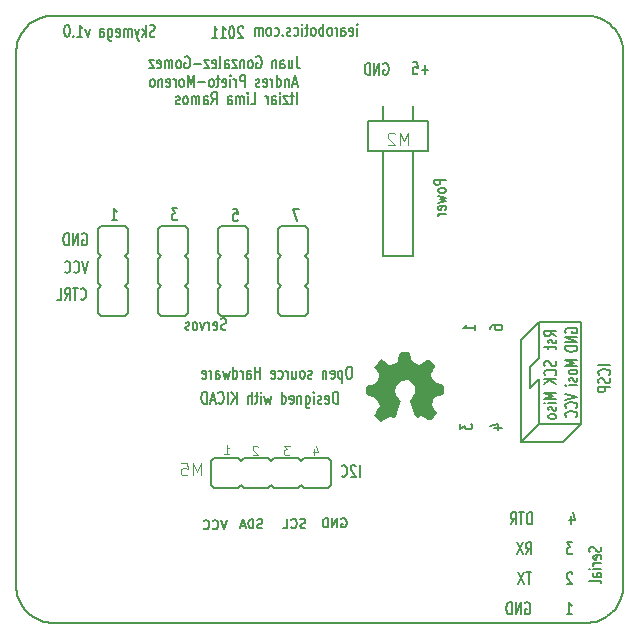
<source format=gbo>
G04 (created by PCBNEW-RS274X (2011-04-05)-testing) date Tue 31 May 2011 10:02:42 CEST*
G01*
G70*
G90*
%MOIN*%
G04 Gerber Fmt 3.4, Leading zero omitted, Abs format*
%FSLAX34Y34*%
G04 APERTURE LIST*
%ADD10C,0.006000*%
%ADD11C,0.005000*%
%ADD12C,0.003500*%
%ADD13C,0.000100*%
G04 APERTURE END LIST*
G54D10*
G54D11*
X61000Y-38200D02*
X59600Y-38200D01*
X61600Y-37600D02*
X61000Y-38200D01*
X59600Y-38200D02*
X60200Y-37600D01*
X59600Y-34800D02*
X59600Y-38200D01*
X60200Y-34200D02*
X59600Y-34800D01*
X60200Y-34200D02*
X60200Y-35400D01*
X61600Y-34200D02*
X60200Y-34200D01*
X61600Y-37600D02*
X61600Y-34200D01*
X60200Y-37600D02*
X61600Y-37600D01*
X60200Y-36100D02*
X60200Y-37600D01*
X59900Y-36400D02*
X60200Y-36100D01*
X59900Y-35700D02*
X59900Y-36400D01*
X60200Y-35400D02*
X59900Y-35700D01*
X58562Y-34457D02*
X58562Y-34400D01*
X58581Y-34371D01*
X58600Y-34357D01*
X58657Y-34328D01*
X58733Y-34314D01*
X58886Y-34314D01*
X58924Y-34328D01*
X58943Y-34343D01*
X58962Y-34371D01*
X58962Y-34428D01*
X58943Y-34457D01*
X58924Y-34471D01*
X58886Y-34486D01*
X58790Y-34486D01*
X58752Y-34471D01*
X58733Y-34457D01*
X58714Y-34428D01*
X58714Y-34371D01*
X58733Y-34343D01*
X58752Y-34328D01*
X58790Y-34314D01*
X61462Y-35471D02*
X61062Y-35471D01*
X61348Y-35571D01*
X61062Y-35671D01*
X61462Y-35671D01*
X61462Y-35857D02*
X61443Y-35829D01*
X61424Y-35814D01*
X61386Y-35800D01*
X61271Y-35800D01*
X61233Y-35814D01*
X61214Y-35829D01*
X61195Y-35857D01*
X61195Y-35900D01*
X61214Y-35929D01*
X61233Y-35943D01*
X61271Y-35957D01*
X61386Y-35957D01*
X61424Y-35943D01*
X61443Y-35929D01*
X61462Y-35900D01*
X61462Y-35857D01*
X61443Y-36071D02*
X61462Y-36100D01*
X61462Y-36157D01*
X61443Y-36185D01*
X61405Y-36200D01*
X61386Y-36200D01*
X61348Y-36185D01*
X61329Y-36157D01*
X61329Y-36114D01*
X61310Y-36085D01*
X61271Y-36071D01*
X61252Y-36071D01*
X61214Y-36085D01*
X61195Y-36114D01*
X61195Y-36157D01*
X61214Y-36185D01*
X61462Y-36328D02*
X61195Y-36328D01*
X61062Y-36328D02*
X61081Y-36314D01*
X61100Y-36328D01*
X61081Y-36343D01*
X61062Y-36328D01*
X61100Y-36328D01*
X60762Y-34686D02*
X60571Y-34586D01*
X60762Y-34514D02*
X60362Y-34514D01*
X60362Y-34629D01*
X60381Y-34657D01*
X60400Y-34672D01*
X60438Y-34686D01*
X60495Y-34686D01*
X60533Y-34672D01*
X60552Y-34657D01*
X60571Y-34629D01*
X60571Y-34514D01*
X60743Y-34800D02*
X60762Y-34829D01*
X60762Y-34886D01*
X60743Y-34914D01*
X60705Y-34929D01*
X60686Y-34929D01*
X60648Y-34914D01*
X60629Y-34886D01*
X60629Y-34843D01*
X60610Y-34814D01*
X60571Y-34800D01*
X60552Y-34800D01*
X60514Y-34814D01*
X60495Y-34843D01*
X60495Y-34886D01*
X60514Y-34914D01*
X60495Y-35015D02*
X60495Y-35129D01*
X60362Y-35057D02*
X60705Y-35057D01*
X60743Y-35072D01*
X60762Y-35100D01*
X60762Y-35129D01*
X60743Y-35514D02*
X60762Y-35557D01*
X60762Y-35628D01*
X60743Y-35657D01*
X60724Y-35671D01*
X60686Y-35686D01*
X60648Y-35686D01*
X60610Y-35671D01*
X60590Y-35657D01*
X60571Y-35628D01*
X60552Y-35571D01*
X60533Y-35543D01*
X60514Y-35528D01*
X60476Y-35514D01*
X60438Y-35514D01*
X60400Y-35528D01*
X60381Y-35543D01*
X60362Y-35571D01*
X60362Y-35643D01*
X60381Y-35686D01*
X60724Y-35986D02*
X60743Y-35972D01*
X60762Y-35929D01*
X60762Y-35900D01*
X60743Y-35857D01*
X60705Y-35829D01*
X60667Y-35814D01*
X60590Y-35800D01*
X60533Y-35800D01*
X60457Y-35814D01*
X60419Y-35829D01*
X60381Y-35857D01*
X60362Y-35900D01*
X60362Y-35929D01*
X60381Y-35972D01*
X60400Y-35986D01*
X60762Y-36114D02*
X60362Y-36114D01*
X60762Y-36286D02*
X60533Y-36157D01*
X60362Y-36286D02*
X60590Y-36114D01*
X60762Y-36571D02*
X60362Y-36571D01*
X60648Y-36671D01*
X60362Y-36771D01*
X60762Y-36771D01*
X60762Y-36914D02*
X60495Y-36914D01*
X60362Y-36914D02*
X60381Y-36900D01*
X60400Y-36914D01*
X60381Y-36929D01*
X60362Y-36914D01*
X60400Y-36914D01*
X60743Y-37043D02*
X60762Y-37072D01*
X60762Y-37129D01*
X60743Y-37157D01*
X60705Y-37172D01*
X60686Y-37172D01*
X60648Y-37157D01*
X60629Y-37129D01*
X60629Y-37086D01*
X60610Y-37057D01*
X60571Y-37043D01*
X60552Y-37043D01*
X60514Y-37057D01*
X60495Y-37086D01*
X60495Y-37129D01*
X60514Y-37157D01*
X60762Y-37343D02*
X60743Y-37315D01*
X60724Y-37300D01*
X60686Y-37286D01*
X60571Y-37286D01*
X60533Y-37300D01*
X60514Y-37315D01*
X60495Y-37343D01*
X60495Y-37386D01*
X60514Y-37415D01*
X60533Y-37429D01*
X60571Y-37443D01*
X60686Y-37443D01*
X60724Y-37429D01*
X60743Y-37415D01*
X60762Y-37386D01*
X60762Y-37343D01*
X59943Y-40962D02*
X59943Y-40562D01*
X59871Y-40562D01*
X59828Y-40581D01*
X59800Y-40619D01*
X59785Y-40657D01*
X59771Y-40733D01*
X59771Y-40790D01*
X59785Y-40867D01*
X59800Y-40905D01*
X59828Y-40943D01*
X59871Y-40962D01*
X59943Y-40962D01*
X59685Y-40562D02*
X59514Y-40562D01*
X59600Y-40962D02*
X59600Y-40562D01*
X59242Y-40962D02*
X59342Y-40771D01*
X59414Y-40962D02*
X59414Y-40562D01*
X59299Y-40562D01*
X59271Y-40581D01*
X59256Y-40600D01*
X59242Y-40638D01*
X59242Y-40695D01*
X59256Y-40733D01*
X59271Y-40752D01*
X59299Y-40771D01*
X59414Y-40771D01*
X61243Y-40695D02*
X61243Y-40962D01*
X61314Y-40543D02*
X61386Y-40829D01*
X61200Y-40829D01*
X44000Y-24000D02*
X61750Y-24000D01*
X42750Y-25250D02*
X42750Y-43000D01*
X44000Y-24000D02*
X43892Y-24005D01*
X43783Y-24019D01*
X43677Y-24043D01*
X43573Y-24076D01*
X43472Y-24118D01*
X43376Y-24168D01*
X43284Y-24227D01*
X43197Y-24293D01*
X43117Y-24367D01*
X43043Y-24447D01*
X42977Y-24534D01*
X42918Y-24626D01*
X42868Y-24722D01*
X42826Y-24823D01*
X42793Y-24927D01*
X42769Y-25033D01*
X42755Y-25142D01*
X42750Y-25250D01*
X63000Y-43000D02*
X63000Y-25250D01*
X63000Y-25250D02*
X62995Y-25142D01*
X62981Y-25033D01*
X62957Y-24927D01*
X62924Y-24823D01*
X62882Y-24722D01*
X62832Y-24626D01*
X62773Y-24534D01*
X62707Y-24447D01*
X62633Y-24367D01*
X62553Y-24293D01*
X62466Y-24227D01*
X62375Y-24168D01*
X62278Y-24118D01*
X62177Y-24076D01*
X62073Y-24043D01*
X61967Y-24019D01*
X61858Y-24005D01*
X61750Y-24000D01*
X44000Y-44250D02*
X61750Y-44250D01*
X61750Y-44250D02*
X61858Y-44245D01*
X61967Y-44231D01*
X62073Y-44207D01*
X62177Y-44174D01*
X62278Y-44132D01*
X62375Y-44082D01*
X62466Y-44023D01*
X62553Y-43957D01*
X62633Y-43883D01*
X62707Y-43803D01*
X62773Y-43716D01*
X62832Y-43624D01*
X62882Y-43528D01*
X62924Y-43427D01*
X62957Y-43323D01*
X62981Y-43217D01*
X62995Y-43108D01*
X63000Y-43000D01*
X42750Y-43000D02*
X42755Y-43108D01*
X42769Y-43217D01*
X42793Y-43323D01*
X42826Y-43427D01*
X42868Y-43528D01*
X42918Y-43624D01*
X42977Y-43716D01*
X43043Y-43803D01*
X43117Y-43883D01*
X43197Y-43957D01*
X43284Y-44023D01*
X43376Y-44082D01*
X43472Y-44132D01*
X43573Y-44174D01*
X43677Y-44207D01*
X43783Y-44231D01*
X43892Y-44245D01*
X44000Y-44250D01*
X53474Y-36942D02*
X53474Y-36542D01*
X53402Y-36542D01*
X53359Y-36561D01*
X53331Y-36599D01*
X53316Y-36637D01*
X53302Y-36713D01*
X53302Y-36770D01*
X53316Y-36847D01*
X53331Y-36885D01*
X53359Y-36923D01*
X53402Y-36942D01*
X53474Y-36942D01*
X53059Y-36923D02*
X53088Y-36942D01*
X53145Y-36942D01*
X53174Y-36923D01*
X53188Y-36885D01*
X53188Y-36732D01*
X53174Y-36694D01*
X53145Y-36675D01*
X53088Y-36675D01*
X53059Y-36694D01*
X53045Y-36732D01*
X53045Y-36770D01*
X53188Y-36809D01*
X52931Y-36923D02*
X52902Y-36942D01*
X52845Y-36942D01*
X52817Y-36923D01*
X52802Y-36885D01*
X52802Y-36866D01*
X52817Y-36828D01*
X52845Y-36809D01*
X52888Y-36809D01*
X52917Y-36790D01*
X52931Y-36751D01*
X52931Y-36732D01*
X52917Y-36694D01*
X52888Y-36675D01*
X52845Y-36675D01*
X52817Y-36694D01*
X52674Y-36942D02*
X52674Y-36675D01*
X52674Y-36542D02*
X52688Y-36561D01*
X52674Y-36580D01*
X52659Y-36561D01*
X52674Y-36542D01*
X52674Y-36580D01*
X52402Y-36675D02*
X52402Y-36999D01*
X52416Y-37037D01*
X52431Y-37056D01*
X52459Y-37075D01*
X52502Y-37075D01*
X52531Y-37056D01*
X52402Y-36923D02*
X52431Y-36942D01*
X52488Y-36942D01*
X52516Y-36923D01*
X52531Y-36904D01*
X52545Y-36866D01*
X52545Y-36751D01*
X52531Y-36713D01*
X52516Y-36694D01*
X52488Y-36675D01*
X52431Y-36675D01*
X52402Y-36694D01*
X52260Y-36675D02*
X52260Y-36942D01*
X52260Y-36713D02*
X52245Y-36694D01*
X52217Y-36675D01*
X52174Y-36675D01*
X52145Y-36694D01*
X52131Y-36732D01*
X52131Y-36942D01*
X51874Y-36923D02*
X51903Y-36942D01*
X51960Y-36942D01*
X51989Y-36923D01*
X52003Y-36885D01*
X52003Y-36732D01*
X51989Y-36694D01*
X51960Y-36675D01*
X51903Y-36675D01*
X51874Y-36694D01*
X51860Y-36732D01*
X51860Y-36770D01*
X52003Y-36809D01*
X51603Y-36942D02*
X51603Y-36542D01*
X51603Y-36923D02*
X51632Y-36942D01*
X51689Y-36942D01*
X51717Y-36923D01*
X51732Y-36904D01*
X51746Y-36866D01*
X51746Y-36751D01*
X51732Y-36713D01*
X51717Y-36694D01*
X51689Y-36675D01*
X51632Y-36675D01*
X51603Y-36694D01*
X51260Y-36675D02*
X51203Y-36942D01*
X51146Y-36751D01*
X51089Y-36942D01*
X51032Y-36675D01*
X50918Y-36942D02*
X50918Y-36675D01*
X50918Y-36542D02*
X50932Y-36561D01*
X50918Y-36580D01*
X50903Y-36561D01*
X50918Y-36542D01*
X50918Y-36580D01*
X50817Y-36675D02*
X50703Y-36675D01*
X50775Y-36542D02*
X50775Y-36885D01*
X50760Y-36923D01*
X50732Y-36942D01*
X50703Y-36942D01*
X50604Y-36942D02*
X50604Y-36542D01*
X50475Y-36942D02*
X50475Y-36732D01*
X50489Y-36694D01*
X50518Y-36675D01*
X50561Y-36675D01*
X50589Y-36694D01*
X50604Y-36713D01*
X50104Y-36942D02*
X50104Y-36542D01*
X49932Y-36942D02*
X50061Y-36713D01*
X49932Y-36542D02*
X50104Y-36770D01*
X49804Y-36942D02*
X49804Y-36542D01*
X49489Y-36904D02*
X49503Y-36923D01*
X49546Y-36942D01*
X49575Y-36942D01*
X49618Y-36923D01*
X49646Y-36885D01*
X49661Y-36847D01*
X49675Y-36770D01*
X49675Y-36713D01*
X49661Y-36637D01*
X49646Y-36599D01*
X49618Y-36561D01*
X49575Y-36542D01*
X49546Y-36542D01*
X49503Y-36561D01*
X49489Y-36580D01*
X49375Y-36828D02*
X49232Y-36828D01*
X49403Y-36942D02*
X49303Y-36542D01*
X49203Y-36942D01*
X49104Y-36942D02*
X49104Y-36542D01*
X49032Y-36542D01*
X48989Y-36561D01*
X48961Y-36599D01*
X48946Y-36637D01*
X48932Y-36713D01*
X48932Y-36770D01*
X48946Y-36847D01*
X48961Y-36885D01*
X48989Y-36923D01*
X49032Y-36942D01*
X49104Y-36942D01*
X53884Y-35702D02*
X53827Y-35702D01*
X53799Y-35721D01*
X53770Y-35759D01*
X53756Y-35835D01*
X53756Y-35969D01*
X53770Y-36045D01*
X53799Y-36083D01*
X53827Y-36102D01*
X53884Y-36102D01*
X53913Y-36083D01*
X53942Y-36045D01*
X53956Y-35969D01*
X53956Y-35835D01*
X53942Y-35759D01*
X53913Y-35721D01*
X53884Y-35702D01*
X53628Y-35835D02*
X53628Y-36235D01*
X53628Y-35854D02*
X53599Y-35835D01*
X53542Y-35835D01*
X53513Y-35854D01*
X53499Y-35873D01*
X53485Y-35911D01*
X53485Y-36026D01*
X53499Y-36064D01*
X53513Y-36083D01*
X53542Y-36102D01*
X53599Y-36102D01*
X53628Y-36083D01*
X53242Y-36083D02*
X53271Y-36102D01*
X53328Y-36102D01*
X53357Y-36083D01*
X53371Y-36045D01*
X53371Y-35892D01*
X53357Y-35854D01*
X53328Y-35835D01*
X53271Y-35835D01*
X53242Y-35854D01*
X53228Y-35892D01*
X53228Y-35930D01*
X53371Y-35969D01*
X53100Y-35835D02*
X53100Y-36102D01*
X53100Y-35873D02*
X53085Y-35854D01*
X53057Y-35835D01*
X53014Y-35835D01*
X52985Y-35854D01*
X52971Y-35892D01*
X52971Y-36102D01*
X52614Y-36083D02*
X52585Y-36102D01*
X52528Y-36102D01*
X52500Y-36083D01*
X52485Y-36045D01*
X52485Y-36026D01*
X52500Y-35988D01*
X52528Y-35969D01*
X52571Y-35969D01*
X52600Y-35950D01*
X52614Y-35911D01*
X52614Y-35892D01*
X52600Y-35854D01*
X52571Y-35835D01*
X52528Y-35835D01*
X52500Y-35854D01*
X52314Y-36102D02*
X52342Y-36083D01*
X52357Y-36064D01*
X52371Y-36026D01*
X52371Y-35911D01*
X52357Y-35873D01*
X52342Y-35854D01*
X52314Y-35835D01*
X52271Y-35835D01*
X52242Y-35854D01*
X52228Y-35873D01*
X52214Y-35911D01*
X52214Y-36026D01*
X52228Y-36064D01*
X52242Y-36083D01*
X52271Y-36102D01*
X52314Y-36102D01*
X51957Y-35835D02*
X51957Y-36102D01*
X52086Y-35835D02*
X52086Y-36045D01*
X52071Y-36083D01*
X52043Y-36102D01*
X52000Y-36102D01*
X51971Y-36083D01*
X51957Y-36064D01*
X51815Y-36102D02*
X51815Y-35835D01*
X51815Y-35911D02*
X51800Y-35873D01*
X51786Y-35854D01*
X51757Y-35835D01*
X51729Y-35835D01*
X51500Y-36083D02*
X51529Y-36102D01*
X51586Y-36102D01*
X51614Y-36083D01*
X51629Y-36064D01*
X51643Y-36026D01*
X51643Y-35911D01*
X51629Y-35873D01*
X51614Y-35854D01*
X51586Y-35835D01*
X51529Y-35835D01*
X51500Y-35854D01*
X51257Y-36083D02*
X51286Y-36102D01*
X51343Y-36102D01*
X51372Y-36083D01*
X51386Y-36045D01*
X51386Y-35892D01*
X51372Y-35854D01*
X51343Y-35835D01*
X51286Y-35835D01*
X51257Y-35854D01*
X51243Y-35892D01*
X51243Y-35930D01*
X51386Y-35969D01*
X50886Y-36102D02*
X50886Y-35702D01*
X50886Y-35892D02*
X50714Y-35892D01*
X50714Y-36102D02*
X50714Y-35702D01*
X50443Y-36102D02*
X50443Y-35892D01*
X50457Y-35854D01*
X50486Y-35835D01*
X50543Y-35835D01*
X50572Y-35854D01*
X50443Y-36083D02*
X50472Y-36102D01*
X50543Y-36102D01*
X50572Y-36083D01*
X50586Y-36045D01*
X50586Y-36007D01*
X50572Y-35969D01*
X50543Y-35950D01*
X50472Y-35950D01*
X50443Y-35930D01*
X50301Y-36102D02*
X50301Y-35835D01*
X50301Y-35911D02*
X50286Y-35873D01*
X50272Y-35854D01*
X50243Y-35835D01*
X50215Y-35835D01*
X49986Y-36102D02*
X49986Y-35702D01*
X49986Y-36083D02*
X50015Y-36102D01*
X50072Y-36102D01*
X50100Y-36083D01*
X50115Y-36064D01*
X50129Y-36026D01*
X50129Y-35911D01*
X50115Y-35873D01*
X50100Y-35854D01*
X50072Y-35835D01*
X50015Y-35835D01*
X49986Y-35854D01*
X49872Y-35835D02*
X49815Y-36102D01*
X49758Y-35911D01*
X49701Y-36102D01*
X49644Y-35835D01*
X49401Y-36102D02*
X49401Y-35892D01*
X49415Y-35854D01*
X49444Y-35835D01*
X49501Y-35835D01*
X49530Y-35854D01*
X49401Y-36083D02*
X49430Y-36102D01*
X49501Y-36102D01*
X49530Y-36083D01*
X49544Y-36045D01*
X49544Y-36007D01*
X49530Y-35969D01*
X49501Y-35950D01*
X49430Y-35950D01*
X49401Y-35930D01*
X49259Y-36102D02*
X49259Y-35835D01*
X49259Y-35911D02*
X49244Y-35873D01*
X49230Y-35854D01*
X49201Y-35835D01*
X49173Y-35835D01*
X48958Y-36083D02*
X48987Y-36102D01*
X49044Y-36102D01*
X49073Y-36083D01*
X49087Y-36045D01*
X49087Y-35892D01*
X49073Y-35854D01*
X49044Y-35835D01*
X48987Y-35835D01*
X48958Y-35854D01*
X48944Y-35892D01*
X48944Y-35930D01*
X49087Y-35969D01*
X52107Y-26962D02*
X52107Y-26562D01*
X52006Y-26695D02*
X51892Y-26695D01*
X51964Y-26562D02*
X51964Y-26905D01*
X51949Y-26943D01*
X51921Y-26962D01*
X51892Y-26962D01*
X51821Y-26695D02*
X51664Y-26695D01*
X51821Y-26962D01*
X51664Y-26962D01*
X51550Y-26962D02*
X51550Y-26695D01*
X51550Y-26562D02*
X51564Y-26581D01*
X51550Y-26600D01*
X51535Y-26581D01*
X51550Y-26562D01*
X51550Y-26600D01*
X51278Y-26962D02*
X51278Y-26752D01*
X51292Y-26714D01*
X51321Y-26695D01*
X51378Y-26695D01*
X51407Y-26714D01*
X51278Y-26943D02*
X51307Y-26962D01*
X51378Y-26962D01*
X51407Y-26943D01*
X51421Y-26905D01*
X51421Y-26867D01*
X51407Y-26829D01*
X51378Y-26810D01*
X51307Y-26810D01*
X51278Y-26790D01*
X51136Y-26962D02*
X51136Y-26695D01*
X51136Y-26771D02*
X51121Y-26733D01*
X51107Y-26714D01*
X51078Y-26695D01*
X51050Y-26695D01*
X50578Y-26962D02*
X50721Y-26962D01*
X50721Y-26562D01*
X50478Y-26962D02*
X50478Y-26695D01*
X50478Y-26562D02*
X50492Y-26581D01*
X50478Y-26600D01*
X50463Y-26581D01*
X50478Y-26562D01*
X50478Y-26600D01*
X50335Y-26962D02*
X50335Y-26695D01*
X50335Y-26733D02*
X50320Y-26714D01*
X50292Y-26695D01*
X50249Y-26695D01*
X50220Y-26714D01*
X50206Y-26752D01*
X50206Y-26962D01*
X50206Y-26752D02*
X50192Y-26714D01*
X50163Y-26695D01*
X50120Y-26695D01*
X50092Y-26714D01*
X50077Y-26752D01*
X50077Y-26962D01*
X49806Y-26962D02*
X49806Y-26752D01*
X49820Y-26714D01*
X49849Y-26695D01*
X49906Y-26695D01*
X49935Y-26714D01*
X49806Y-26943D02*
X49835Y-26962D01*
X49906Y-26962D01*
X49935Y-26943D01*
X49949Y-26905D01*
X49949Y-26867D01*
X49935Y-26829D01*
X49906Y-26810D01*
X49835Y-26810D01*
X49806Y-26790D01*
X49263Y-26962D02*
X49363Y-26771D01*
X49435Y-26962D02*
X49435Y-26562D01*
X49320Y-26562D01*
X49292Y-26581D01*
X49277Y-26600D01*
X49263Y-26638D01*
X49263Y-26695D01*
X49277Y-26733D01*
X49292Y-26752D01*
X49320Y-26771D01*
X49435Y-26771D01*
X49006Y-26962D02*
X49006Y-26752D01*
X49020Y-26714D01*
X49049Y-26695D01*
X49106Y-26695D01*
X49135Y-26714D01*
X49006Y-26943D02*
X49035Y-26962D01*
X49106Y-26962D01*
X49135Y-26943D01*
X49149Y-26905D01*
X49149Y-26867D01*
X49135Y-26829D01*
X49106Y-26810D01*
X49035Y-26810D01*
X49006Y-26790D01*
X48864Y-26962D02*
X48864Y-26695D01*
X48864Y-26733D02*
X48849Y-26714D01*
X48821Y-26695D01*
X48778Y-26695D01*
X48749Y-26714D01*
X48735Y-26752D01*
X48735Y-26962D01*
X48735Y-26752D02*
X48721Y-26714D01*
X48692Y-26695D01*
X48649Y-26695D01*
X48621Y-26714D01*
X48606Y-26752D01*
X48606Y-26962D01*
X48421Y-26962D02*
X48449Y-26943D01*
X48464Y-26924D01*
X48478Y-26886D01*
X48478Y-26771D01*
X48464Y-26733D01*
X48449Y-26714D01*
X48421Y-26695D01*
X48378Y-26695D01*
X48349Y-26714D01*
X48335Y-26733D01*
X48321Y-26771D01*
X48321Y-26886D01*
X48335Y-26924D01*
X48349Y-26943D01*
X48378Y-26962D01*
X48421Y-26962D01*
X48207Y-26943D02*
X48178Y-26962D01*
X48121Y-26962D01*
X48093Y-26943D01*
X48078Y-26905D01*
X48078Y-26886D01*
X48093Y-26848D01*
X48121Y-26829D01*
X48164Y-26829D01*
X48193Y-26810D01*
X48207Y-26771D01*
X48207Y-26752D01*
X48193Y-26714D01*
X48164Y-26695D01*
X48121Y-26695D01*
X48093Y-26714D01*
X52109Y-26268D02*
X51966Y-26268D01*
X52137Y-26382D02*
X52037Y-25982D01*
X51937Y-26382D01*
X51838Y-26115D02*
X51838Y-26382D01*
X51838Y-26153D02*
X51823Y-26134D01*
X51795Y-26115D01*
X51752Y-26115D01*
X51723Y-26134D01*
X51709Y-26172D01*
X51709Y-26382D01*
X51438Y-26382D02*
X51438Y-25982D01*
X51438Y-26363D02*
X51467Y-26382D01*
X51524Y-26382D01*
X51552Y-26363D01*
X51567Y-26344D01*
X51581Y-26306D01*
X51581Y-26191D01*
X51567Y-26153D01*
X51552Y-26134D01*
X51524Y-26115D01*
X51467Y-26115D01*
X51438Y-26134D01*
X51296Y-26382D02*
X51296Y-26115D01*
X51296Y-26191D02*
X51281Y-26153D01*
X51267Y-26134D01*
X51238Y-26115D01*
X51210Y-26115D01*
X50995Y-26363D02*
X51024Y-26382D01*
X51081Y-26382D01*
X51110Y-26363D01*
X51124Y-26325D01*
X51124Y-26172D01*
X51110Y-26134D01*
X51081Y-26115D01*
X51024Y-26115D01*
X50995Y-26134D01*
X50981Y-26172D01*
X50981Y-26210D01*
X51124Y-26249D01*
X50867Y-26363D02*
X50838Y-26382D01*
X50781Y-26382D01*
X50753Y-26363D01*
X50738Y-26325D01*
X50738Y-26306D01*
X50753Y-26268D01*
X50781Y-26249D01*
X50824Y-26249D01*
X50853Y-26230D01*
X50867Y-26191D01*
X50867Y-26172D01*
X50853Y-26134D01*
X50824Y-26115D01*
X50781Y-26115D01*
X50753Y-26134D01*
X50381Y-26382D02*
X50381Y-25982D01*
X50266Y-25982D01*
X50238Y-26001D01*
X50223Y-26020D01*
X50209Y-26058D01*
X50209Y-26115D01*
X50223Y-26153D01*
X50238Y-26172D01*
X50266Y-26191D01*
X50381Y-26191D01*
X50081Y-26382D02*
X50081Y-26115D01*
X50081Y-26191D02*
X50066Y-26153D01*
X50052Y-26134D01*
X50023Y-26115D01*
X49995Y-26115D01*
X49895Y-26382D02*
X49895Y-26115D01*
X49895Y-25982D02*
X49909Y-26001D01*
X49895Y-26020D01*
X49880Y-26001D01*
X49895Y-25982D01*
X49895Y-26020D01*
X49637Y-26363D02*
X49666Y-26382D01*
X49723Y-26382D01*
X49752Y-26363D01*
X49766Y-26325D01*
X49766Y-26172D01*
X49752Y-26134D01*
X49723Y-26115D01*
X49666Y-26115D01*
X49637Y-26134D01*
X49623Y-26172D01*
X49623Y-26210D01*
X49766Y-26249D01*
X49537Y-26115D02*
X49423Y-26115D01*
X49495Y-25982D02*
X49495Y-26325D01*
X49480Y-26363D01*
X49452Y-26382D01*
X49423Y-26382D01*
X49281Y-26382D02*
X49309Y-26363D01*
X49324Y-26344D01*
X49338Y-26306D01*
X49338Y-26191D01*
X49324Y-26153D01*
X49309Y-26134D01*
X49281Y-26115D01*
X49238Y-26115D01*
X49209Y-26134D01*
X49195Y-26153D01*
X49181Y-26191D01*
X49181Y-26306D01*
X49195Y-26344D01*
X49209Y-26363D01*
X49238Y-26382D01*
X49281Y-26382D01*
X49053Y-26230D02*
X48824Y-26230D01*
X48682Y-26382D02*
X48682Y-25982D01*
X48582Y-26268D01*
X48482Y-25982D01*
X48482Y-26382D01*
X48296Y-26382D02*
X48324Y-26363D01*
X48339Y-26344D01*
X48353Y-26306D01*
X48353Y-26191D01*
X48339Y-26153D01*
X48324Y-26134D01*
X48296Y-26115D01*
X48253Y-26115D01*
X48224Y-26134D01*
X48210Y-26153D01*
X48196Y-26191D01*
X48196Y-26306D01*
X48210Y-26344D01*
X48224Y-26363D01*
X48253Y-26382D01*
X48296Y-26382D01*
X48068Y-26382D02*
X48068Y-26115D01*
X48068Y-26191D02*
X48053Y-26153D01*
X48039Y-26134D01*
X48010Y-26115D01*
X47982Y-26115D01*
X47767Y-26363D02*
X47796Y-26382D01*
X47853Y-26382D01*
X47882Y-26363D01*
X47896Y-26325D01*
X47896Y-26172D01*
X47882Y-26134D01*
X47853Y-26115D01*
X47796Y-26115D01*
X47767Y-26134D01*
X47753Y-26172D01*
X47753Y-26210D01*
X47896Y-26249D01*
X47625Y-26115D02*
X47625Y-26382D01*
X47625Y-26153D02*
X47610Y-26134D01*
X47582Y-26115D01*
X47539Y-26115D01*
X47510Y-26134D01*
X47496Y-26172D01*
X47496Y-26382D01*
X47311Y-26382D02*
X47339Y-26363D01*
X47354Y-26344D01*
X47368Y-26306D01*
X47368Y-26191D01*
X47354Y-26153D01*
X47339Y-26134D01*
X47311Y-26115D01*
X47268Y-26115D01*
X47239Y-26134D01*
X47225Y-26153D01*
X47211Y-26191D01*
X47211Y-26306D01*
X47225Y-26344D01*
X47239Y-26363D01*
X47268Y-26382D01*
X47311Y-26382D01*
X52106Y-25362D02*
X52106Y-25648D01*
X52120Y-25705D01*
X52149Y-25743D01*
X52192Y-25762D01*
X52220Y-25762D01*
X51834Y-25495D02*
X51834Y-25762D01*
X51963Y-25495D02*
X51963Y-25705D01*
X51948Y-25743D01*
X51920Y-25762D01*
X51877Y-25762D01*
X51848Y-25743D01*
X51834Y-25724D01*
X51563Y-25762D02*
X51563Y-25552D01*
X51577Y-25514D01*
X51606Y-25495D01*
X51663Y-25495D01*
X51692Y-25514D01*
X51563Y-25743D02*
X51592Y-25762D01*
X51663Y-25762D01*
X51692Y-25743D01*
X51706Y-25705D01*
X51706Y-25667D01*
X51692Y-25629D01*
X51663Y-25610D01*
X51592Y-25610D01*
X51563Y-25590D01*
X51421Y-25495D02*
X51421Y-25762D01*
X51421Y-25533D02*
X51406Y-25514D01*
X51378Y-25495D01*
X51335Y-25495D01*
X51306Y-25514D01*
X51292Y-25552D01*
X51292Y-25762D01*
X50763Y-25381D02*
X50792Y-25362D01*
X50835Y-25362D01*
X50878Y-25381D01*
X50906Y-25419D01*
X50921Y-25457D01*
X50935Y-25533D01*
X50935Y-25590D01*
X50921Y-25667D01*
X50906Y-25705D01*
X50878Y-25743D01*
X50835Y-25762D01*
X50806Y-25762D01*
X50763Y-25743D01*
X50749Y-25724D01*
X50749Y-25590D01*
X50806Y-25590D01*
X50578Y-25762D02*
X50606Y-25743D01*
X50621Y-25724D01*
X50635Y-25686D01*
X50635Y-25571D01*
X50621Y-25533D01*
X50606Y-25514D01*
X50578Y-25495D01*
X50535Y-25495D01*
X50506Y-25514D01*
X50492Y-25533D01*
X50478Y-25571D01*
X50478Y-25686D01*
X50492Y-25724D01*
X50506Y-25743D01*
X50535Y-25762D01*
X50578Y-25762D01*
X50350Y-25495D02*
X50350Y-25762D01*
X50350Y-25533D02*
X50335Y-25514D01*
X50307Y-25495D01*
X50264Y-25495D01*
X50235Y-25514D01*
X50221Y-25552D01*
X50221Y-25762D01*
X50107Y-25495D02*
X49950Y-25495D01*
X50107Y-25762D01*
X49950Y-25762D01*
X49707Y-25762D02*
X49707Y-25552D01*
X49721Y-25514D01*
X49750Y-25495D01*
X49807Y-25495D01*
X49836Y-25514D01*
X49707Y-25743D02*
X49736Y-25762D01*
X49807Y-25762D01*
X49836Y-25743D01*
X49850Y-25705D01*
X49850Y-25667D01*
X49836Y-25629D01*
X49807Y-25610D01*
X49736Y-25610D01*
X49707Y-25590D01*
X49522Y-25762D02*
X49550Y-25743D01*
X49565Y-25705D01*
X49565Y-25362D01*
X49293Y-25743D02*
X49322Y-25762D01*
X49379Y-25762D01*
X49408Y-25743D01*
X49422Y-25705D01*
X49422Y-25552D01*
X49408Y-25514D01*
X49379Y-25495D01*
X49322Y-25495D01*
X49293Y-25514D01*
X49279Y-25552D01*
X49279Y-25590D01*
X49422Y-25629D01*
X49179Y-25495D02*
X49022Y-25495D01*
X49179Y-25762D01*
X49022Y-25762D01*
X48908Y-25610D02*
X48679Y-25610D01*
X48379Y-25381D02*
X48408Y-25362D01*
X48451Y-25362D01*
X48494Y-25381D01*
X48522Y-25419D01*
X48537Y-25457D01*
X48551Y-25533D01*
X48551Y-25590D01*
X48537Y-25667D01*
X48522Y-25705D01*
X48494Y-25743D01*
X48451Y-25762D01*
X48422Y-25762D01*
X48379Y-25743D01*
X48365Y-25724D01*
X48365Y-25590D01*
X48422Y-25590D01*
X48194Y-25762D02*
X48222Y-25743D01*
X48237Y-25724D01*
X48251Y-25686D01*
X48251Y-25571D01*
X48237Y-25533D01*
X48222Y-25514D01*
X48194Y-25495D01*
X48151Y-25495D01*
X48122Y-25514D01*
X48108Y-25533D01*
X48094Y-25571D01*
X48094Y-25686D01*
X48108Y-25724D01*
X48122Y-25743D01*
X48151Y-25762D01*
X48194Y-25762D01*
X47966Y-25762D02*
X47966Y-25495D01*
X47966Y-25533D02*
X47951Y-25514D01*
X47923Y-25495D01*
X47880Y-25495D01*
X47851Y-25514D01*
X47837Y-25552D01*
X47837Y-25762D01*
X47837Y-25552D02*
X47823Y-25514D01*
X47794Y-25495D01*
X47751Y-25495D01*
X47723Y-25514D01*
X47708Y-25552D01*
X47708Y-25762D01*
X47451Y-25743D02*
X47480Y-25762D01*
X47537Y-25762D01*
X47566Y-25743D01*
X47580Y-25705D01*
X47580Y-25552D01*
X47566Y-25514D01*
X47537Y-25495D01*
X47480Y-25495D01*
X47451Y-25514D01*
X47437Y-25552D01*
X47437Y-25590D01*
X47580Y-25629D01*
X47337Y-25495D02*
X47180Y-25495D01*
X47337Y-25762D01*
X47180Y-25762D01*
X50315Y-24400D02*
X50301Y-24381D01*
X50272Y-24362D01*
X50201Y-24362D01*
X50172Y-24381D01*
X50158Y-24400D01*
X50143Y-24438D01*
X50143Y-24476D01*
X50158Y-24533D01*
X50329Y-24762D01*
X50143Y-24762D01*
X49957Y-24362D02*
X49929Y-24362D01*
X49900Y-24381D01*
X49886Y-24400D01*
X49872Y-24438D01*
X49857Y-24514D01*
X49857Y-24610D01*
X49872Y-24686D01*
X49886Y-24724D01*
X49900Y-24743D01*
X49929Y-24762D01*
X49957Y-24762D01*
X49986Y-24743D01*
X50000Y-24724D01*
X50015Y-24686D01*
X50029Y-24610D01*
X50029Y-24514D01*
X50015Y-24438D01*
X50000Y-24400D01*
X49986Y-24381D01*
X49957Y-24362D01*
X49571Y-24762D02*
X49743Y-24762D01*
X49657Y-24762D02*
X49657Y-24362D01*
X49686Y-24419D01*
X49714Y-24457D01*
X49743Y-24476D01*
X49285Y-24762D02*
X49457Y-24762D01*
X49371Y-24762D02*
X49371Y-24362D01*
X49400Y-24419D01*
X49428Y-24457D01*
X49457Y-24476D01*
X54126Y-24672D02*
X54126Y-24405D01*
X54126Y-24272D02*
X54140Y-24291D01*
X54126Y-24310D01*
X54111Y-24291D01*
X54126Y-24272D01*
X54126Y-24310D01*
X53868Y-24653D02*
X53897Y-24672D01*
X53954Y-24672D01*
X53983Y-24653D01*
X53997Y-24615D01*
X53997Y-24462D01*
X53983Y-24424D01*
X53954Y-24405D01*
X53897Y-24405D01*
X53868Y-24424D01*
X53854Y-24462D01*
X53854Y-24500D01*
X53997Y-24539D01*
X53597Y-24672D02*
X53597Y-24462D01*
X53611Y-24424D01*
X53640Y-24405D01*
X53697Y-24405D01*
X53726Y-24424D01*
X53597Y-24653D02*
X53626Y-24672D01*
X53697Y-24672D01*
X53726Y-24653D01*
X53740Y-24615D01*
X53740Y-24577D01*
X53726Y-24539D01*
X53697Y-24520D01*
X53626Y-24520D01*
X53597Y-24500D01*
X53455Y-24672D02*
X53455Y-24405D01*
X53455Y-24481D02*
X53440Y-24443D01*
X53426Y-24424D01*
X53397Y-24405D01*
X53369Y-24405D01*
X53226Y-24672D02*
X53254Y-24653D01*
X53269Y-24634D01*
X53283Y-24596D01*
X53283Y-24481D01*
X53269Y-24443D01*
X53254Y-24424D01*
X53226Y-24405D01*
X53183Y-24405D01*
X53154Y-24424D01*
X53140Y-24443D01*
X53126Y-24481D01*
X53126Y-24596D01*
X53140Y-24634D01*
X53154Y-24653D01*
X53183Y-24672D01*
X53226Y-24672D01*
X52998Y-24672D02*
X52998Y-24272D01*
X52998Y-24424D02*
X52969Y-24405D01*
X52912Y-24405D01*
X52883Y-24424D01*
X52869Y-24443D01*
X52855Y-24481D01*
X52855Y-24596D01*
X52869Y-24634D01*
X52883Y-24653D01*
X52912Y-24672D01*
X52969Y-24672D01*
X52998Y-24653D01*
X52684Y-24672D02*
X52712Y-24653D01*
X52727Y-24634D01*
X52741Y-24596D01*
X52741Y-24481D01*
X52727Y-24443D01*
X52712Y-24424D01*
X52684Y-24405D01*
X52641Y-24405D01*
X52612Y-24424D01*
X52598Y-24443D01*
X52584Y-24481D01*
X52584Y-24596D01*
X52598Y-24634D01*
X52612Y-24653D01*
X52641Y-24672D01*
X52684Y-24672D01*
X52498Y-24405D02*
X52384Y-24405D01*
X52456Y-24272D02*
X52456Y-24615D01*
X52441Y-24653D01*
X52413Y-24672D01*
X52384Y-24672D01*
X52285Y-24672D02*
X52285Y-24405D01*
X52285Y-24272D02*
X52299Y-24291D01*
X52285Y-24310D01*
X52270Y-24291D01*
X52285Y-24272D01*
X52285Y-24310D01*
X52013Y-24653D02*
X52042Y-24672D01*
X52099Y-24672D01*
X52127Y-24653D01*
X52142Y-24634D01*
X52156Y-24596D01*
X52156Y-24481D01*
X52142Y-24443D01*
X52127Y-24424D01*
X52099Y-24405D01*
X52042Y-24405D01*
X52013Y-24424D01*
X51899Y-24653D02*
X51870Y-24672D01*
X51813Y-24672D01*
X51785Y-24653D01*
X51770Y-24615D01*
X51770Y-24596D01*
X51785Y-24558D01*
X51813Y-24539D01*
X51856Y-24539D01*
X51885Y-24520D01*
X51899Y-24481D01*
X51899Y-24462D01*
X51885Y-24424D01*
X51856Y-24405D01*
X51813Y-24405D01*
X51785Y-24424D01*
X51642Y-24634D02*
X51627Y-24653D01*
X51642Y-24672D01*
X51656Y-24653D01*
X51642Y-24634D01*
X51642Y-24672D01*
X51370Y-24653D02*
X51399Y-24672D01*
X51456Y-24672D01*
X51484Y-24653D01*
X51499Y-24634D01*
X51513Y-24596D01*
X51513Y-24481D01*
X51499Y-24443D01*
X51484Y-24424D01*
X51456Y-24405D01*
X51399Y-24405D01*
X51370Y-24424D01*
X51199Y-24672D02*
X51227Y-24653D01*
X51242Y-24634D01*
X51256Y-24596D01*
X51256Y-24481D01*
X51242Y-24443D01*
X51227Y-24424D01*
X51199Y-24405D01*
X51156Y-24405D01*
X51127Y-24424D01*
X51113Y-24443D01*
X51099Y-24481D01*
X51099Y-24596D01*
X51113Y-24634D01*
X51127Y-24653D01*
X51156Y-24672D01*
X51199Y-24672D01*
X50971Y-24672D02*
X50971Y-24405D01*
X50971Y-24443D02*
X50956Y-24424D01*
X50928Y-24405D01*
X50885Y-24405D01*
X50856Y-24424D01*
X50842Y-24462D01*
X50842Y-24672D01*
X50842Y-24462D02*
X50828Y-24424D01*
X50799Y-24405D01*
X50756Y-24405D01*
X50728Y-24424D01*
X50713Y-24462D01*
X50713Y-24672D01*
X47378Y-24693D02*
X47335Y-24712D01*
X47264Y-24712D01*
X47235Y-24693D01*
X47221Y-24674D01*
X47206Y-24636D01*
X47206Y-24598D01*
X47221Y-24560D01*
X47235Y-24540D01*
X47264Y-24521D01*
X47321Y-24502D01*
X47349Y-24483D01*
X47364Y-24464D01*
X47378Y-24426D01*
X47378Y-24388D01*
X47364Y-24350D01*
X47349Y-24331D01*
X47321Y-24312D01*
X47249Y-24312D01*
X47206Y-24331D01*
X47078Y-24712D02*
X47078Y-24312D01*
X47049Y-24560D02*
X46963Y-24712D01*
X46963Y-24445D02*
X47078Y-24598D01*
X46863Y-24445D02*
X46792Y-24712D01*
X46720Y-24445D02*
X46792Y-24712D01*
X46820Y-24807D01*
X46835Y-24826D01*
X46863Y-24845D01*
X46606Y-24712D02*
X46606Y-24445D01*
X46606Y-24483D02*
X46591Y-24464D01*
X46563Y-24445D01*
X46520Y-24445D01*
X46491Y-24464D01*
X46477Y-24502D01*
X46477Y-24712D01*
X46477Y-24502D02*
X46463Y-24464D01*
X46434Y-24445D01*
X46391Y-24445D01*
X46363Y-24464D01*
X46348Y-24502D01*
X46348Y-24712D01*
X46091Y-24693D02*
X46120Y-24712D01*
X46177Y-24712D01*
X46206Y-24693D01*
X46220Y-24655D01*
X46220Y-24502D01*
X46206Y-24464D01*
X46177Y-24445D01*
X46120Y-24445D01*
X46091Y-24464D01*
X46077Y-24502D01*
X46077Y-24540D01*
X46220Y-24579D01*
X45820Y-24445D02*
X45820Y-24769D01*
X45834Y-24807D01*
X45849Y-24826D01*
X45877Y-24845D01*
X45920Y-24845D01*
X45949Y-24826D01*
X45820Y-24693D02*
X45849Y-24712D01*
X45906Y-24712D01*
X45934Y-24693D01*
X45949Y-24674D01*
X45963Y-24636D01*
X45963Y-24521D01*
X45949Y-24483D01*
X45934Y-24464D01*
X45906Y-24445D01*
X45849Y-24445D01*
X45820Y-24464D01*
X45549Y-24712D02*
X45549Y-24502D01*
X45563Y-24464D01*
X45592Y-24445D01*
X45649Y-24445D01*
X45678Y-24464D01*
X45549Y-24693D02*
X45578Y-24712D01*
X45649Y-24712D01*
X45678Y-24693D01*
X45692Y-24655D01*
X45692Y-24617D01*
X45678Y-24579D01*
X45649Y-24560D01*
X45578Y-24560D01*
X45549Y-24540D01*
X45206Y-24445D02*
X45135Y-24712D01*
X45063Y-24445D01*
X44791Y-24712D02*
X44963Y-24712D01*
X44877Y-24712D02*
X44877Y-24312D01*
X44906Y-24369D01*
X44934Y-24407D01*
X44963Y-24426D01*
X44663Y-24674D02*
X44648Y-24693D01*
X44663Y-24712D01*
X44677Y-24693D01*
X44663Y-24674D01*
X44663Y-24712D01*
X44462Y-24312D02*
X44434Y-24312D01*
X44405Y-24331D01*
X44391Y-24350D01*
X44377Y-24388D01*
X44362Y-24464D01*
X44362Y-24560D01*
X44377Y-24636D01*
X44391Y-24674D01*
X44405Y-24693D01*
X44434Y-24712D01*
X44462Y-24712D01*
X44491Y-24693D01*
X44505Y-24674D01*
X44520Y-24636D01*
X44534Y-24560D01*
X44534Y-24464D01*
X44520Y-24388D01*
X44505Y-24350D01*
X44491Y-24331D01*
X44462Y-24312D01*
X49749Y-34463D02*
X49706Y-34482D01*
X49635Y-34482D01*
X49606Y-34463D01*
X49592Y-34444D01*
X49577Y-34406D01*
X49577Y-34368D01*
X49592Y-34330D01*
X49606Y-34310D01*
X49635Y-34291D01*
X49692Y-34272D01*
X49720Y-34253D01*
X49735Y-34234D01*
X49749Y-34196D01*
X49749Y-34158D01*
X49735Y-34120D01*
X49720Y-34101D01*
X49692Y-34082D01*
X49620Y-34082D01*
X49577Y-34101D01*
X49334Y-34463D02*
X49363Y-34482D01*
X49420Y-34482D01*
X49449Y-34463D01*
X49463Y-34425D01*
X49463Y-34272D01*
X49449Y-34234D01*
X49420Y-34215D01*
X49363Y-34215D01*
X49334Y-34234D01*
X49320Y-34272D01*
X49320Y-34310D01*
X49463Y-34349D01*
X49192Y-34482D02*
X49192Y-34215D01*
X49192Y-34291D02*
X49177Y-34253D01*
X49163Y-34234D01*
X49134Y-34215D01*
X49106Y-34215D01*
X49034Y-34215D02*
X48963Y-34482D01*
X48891Y-34215D01*
X48734Y-34482D02*
X48762Y-34463D01*
X48777Y-34444D01*
X48791Y-34406D01*
X48791Y-34291D01*
X48777Y-34253D01*
X48762Y-34234D01*
X48734Y-34215D01*
X48691Y-34215D01*
X48662Y-34234D01*
X48648Y-34253D01*
X48634Y-34291D01*
X48634Y-34406D01*
X48648Y-34444D01*
X48662Y-34463D01*
X48691Y-34482D01*
X48734Y-34482D01*
X48520Y-34463D02*
X48491Y-34482D01*
X48434Y-34482D01*
X48406Y-34463D01*
X48391Y-34425D01*
X48391Y-34406D01*
X48406Y-34368D01*
X48434Y-34349D01*
X48477Y-34349D01*
X48506Y-34330D01*
X48520Y-34291D01*
X48520Y-34272D01*
X48506Y-34234D01*
X48477Y-34215D01*
X48434Y-34215D01*
X48406Y-34234D01*
X57082Y-29467D02*
X56682Y-29467D01*
X56682Y-29582D01*
X56701Y-29610D01*
X56720Y-29625D01*
X56758Y-29639D01*
X56815Y-29639D01*
X56853Y-29625D01*
X56872Y-29610D01*
X56891Y-29582D01*
X56891Y-29467D01*
X57082Y-29810D02*
X57063Y-29782D01*
X57044Y-29767D01*
X57006Y-29753D01*
X56891Y-29753D01*
X56853Y-29767D01*
X56834Y-29782D01*
X56815Y-29810D01*
X56815Y-29853D01*
X56834Y-29882D01*
X56853Y-29896D01*
X56891Y-29910D01*
X57006Y-29910D01*
X57044Y-29896D01*
X57063Y-29882D01*
X57082Y-29853D01*
X57082Y-29810D01*
X56815Y-30010D02*
X57082Y-30067D01*
X56891Y-30124D01*
X57082Y-30181D01*
X56815Y-30238D01*
X57063Y-30467D02*
X57082Y-30438D01*
X57082Y-30381D01*
X57063Y-30352D01*
X57025Y-30338D01*
X56872Y-30338D01*
X56834Y-30352D01*
X56815Y-30381D01*
X56815Y-30438D01*
X56834Y-30467D01*
X56872Y-30481D01*
X56910Y-30481D01*
X56949Y-30338D01*
X57082Y-30609D02*
X56815Y-30609D01*
X56891Y-30609D02*
X56853Y-30624D01*
X56834Y-30638D01*
X56815Y-30667D01*
X56815Y-30695D01*
X62243Y-41707D02*
X62262Y-41750D01*
X62262Y-41821D01*
X62243Y-41850D01*
X62224Y-41864D01*
X62186Y-41879D01*
X62148Y-41879D01*
X62110Y-41864D01*
X62090Y-41850D01*
X62071Y-41821D01*
X62052Y-41764D01*
X62033Y-41736D01*
X62014Y-41721D01*
X61976Y-41707D01*
X61938Y-41707D01*
X61900Y-41721D01*
X61881Y-41736D01*
X61862Y-41764D01*
X61862Y-41836D01*
X61881Y-41879D01*
X62243Y-42122D02*
X62262Y-42093D01*
X62262Y-42036D01*
X62243Y-42007D01*
X62205Y-41993D01*
X62052Y-41993D01*
X62014Y-42007D01*
X61995Y-42036D01*
X61995Y-42093D01*
X62014Y-42122D01*
X62052Y-42136D01*
X62090Y-42136D01*
X62129Y-41993D01*
X62262Y-42264D02*
X61995Y-42264D01*
X62071Y-42264D02*
X62033Y-42279D01*
X62014Y-42293D01*
X61995Y-42322D01*
X61995Y-42350D01*
X62262Y-42450D02*
X61995Y-42450D01*
X61862Y-42450D02*
X61881Y-42436D01*
X61900Y-42450D01*
X61881Y-42465D01*
X61862Y-42450D01*
X61900Y-42450D01*
X62262Y-42722D02*
X62052Y-42722D01*
X62014Y-42708D01*
X61995Y-42679D01*
X61995Y-42622D01*
X62014Y-42593D01*
X62243Y-42722D02*
X62262Y-42693D01*
X62262Y-42622D01*
X62243Y-42593D01*
X62205Y-42579D01*
X62167Y-42579D01*
X62129Y-42593D01*
X62110Y-42622D01*
X62110Y-42693D01*
X62090Y-42722D01*
X62262Y-42907D02*
X62243Y-42879D01*
X62205Y-42864D01*
X61862Y-42864D01*
X62562Y-35657D02*
X62162Y-35657D01*
X62524Y-35972D02*
X62543Y-35958D01*
X62562Y-35915D01*
X62562Y-35886D01*
X62543Y-35843D01*
X62505Y-35815D01*
X62467Y-35800D01*
X62390Y-35786D01*
X62333Y-35786D01*
X62257Y-35800D01*
X62219Y-35815D01*
X62181Y-35843D01*
X62162Y-35886D01*
X62162Y-35915D01*
X62181Y-35958D01*
X62200Y-35972D01*
X62543Y-36086D02*
X62562Y-36129D01*
X62562Y-36200D01*
X62543Y-36229D01*
X62524Y-36243D01*
X62486Y-36258D01*
X62448Y-36258D01*
X62410Y-36243D01*
X62390Y-36229D01*
X62371Y-36200D01*
X62352Y-36143D01*
X62333Y-36115D01*
X62314Y-36100D01*
X62276Y-36086D01*
X62238Y-36086D01*
X62200Y-36100D01*
X62181Y-36115D01*
X62162Y-36143D01*
X62162Y-36215D01*
X62181Y-36258D01*
X62562Y-36386D02*
X62162Y-36386D01*
X62162Y-36501D01*
X62181Y-36529D01*
X62200Y-36544D01*
X62238Y-36558D01*
X62295Y-36558D01*
X62333Y-36544D01*
X62352Y-36529D01*
X62371Y-36501D01*
X62371Y-36386D01*
X61081Y-34572D02*
X61062Y-34543D01*
X61062Y-34500D01*
X61081Y-34457D01*
X61119Y-34429D01*
X61157Y-34414D01*
X61233Y-34400D01*
X61290Y-34400D01*
X61367Y-34414D01*
X61405Y-34429D01*
X61443Y-34457D01*
X61462Y-34500D01*
X61462Y-34529D01*
X61443Y-34572D01*
X61424Y-34586D01*
X61290Y-34586D01*
X61290Y-34529D01*
X61462Y-34714D02*
X61062Y-34714D01*
X61462Y-34886D01*
X61062Y-34886D01*
X61462Y-35028D02*
X61062Y-35028D01*
X61062Y-35100D01*
X61081Y-35143D01*
X61119Y-35171D01*
X61157Y-35186D01*
X61233Y-35200D01*
X61290Y-35200D01*
X61367Y-35186D01*
X61405Y-35171D01*
X61443Y-35143D01*
X61462Y-35100D01*
X61462Y-35028D01*
X61062Y-36601D02*
X61462Y-36701D01*
X61062Y-36801D01*
X61424Y-37072D02*
X61443Y-37058D01*
X61462Y-37015D01*
X61462Y-36986D01*
X61443Y-36943D01*
X61405Y-36915D01*
X61367Y-36900D01*
X61290Y-36886D01*
X61233Y-36886D01*
X61157Y-36900D01*
X61119Y-36915D01*
X61081Y-36943D01*
X61062Y-36986D01*
X61062Y-37015D01*
X61081Y-37058D01*
X61100Y-37072D01*
X61424Y-37372D02*
X61443Y-37358D01*
X61462Y-37315D01*
X61462Y-37286D01*
X61443Y-37243D01*
X61405Y-37215D01*
X61367Y-37200D01*
X61290Y-37186D01*
X61233Y-37186D01*
X61157Y-37200D01*
X61119Y-37215D01*
X61081Y-37243D01*
X61062Y-37286D01*
X61062Y-37315D01*
X61081Y-37358D01*
X61100Y-37372D01*
X58695Y-37757D02*
X58962Y-37757D01*
X58543Y-37686D02*
X58829Y-37614D01*
X58829Y-37800D01*
X57562Y-37600D02*
X57562Y-37786D01*
X57714Y-37686D01*
X57714Y-37728D01*
X57733Y-37757D01*
X57752Y-37771D01*
X57790Y-37786D01*
X57886Y-37786D01*
X57924Y-37771D01*
X57943Y-37757D01*
X57962Y-37728D01*
X57962Y-37643D01*
X57943Y-37614D01*
X57924Y-37600D01*
X58062Y-34486D02*
X58062Y-34314D01*
X58062Y-34400D02*
X57662Y-34400D01*
X57719Y-34371D01*
X57757Y-34343D01*
X57776Y-34314D01*
X44903Y-33444D02*
X44917Y-33463D01*
X44960Y-33482D01*
X44989Y-33482D01*
X45032Y-33463D01*
X45060Y-33425D01*
X45075Y-33387D01*
X45089Y-33310D01*
X45089Y-33253D01*
X45075Y-33177D01*
X45060Y-33139D01*
X45032Y-33101D01*
X44989Y-33082D01*
X44960Y-33082D01*
X44917Y-33101D01*
X44903Y-33120D01*
X44817Y-33082D02*
X44646Y-33082D01*
X44732Y-33482D02*
X44732Y-33082D01*
X44374Y-33482D02*
X44474Y-33291D01*
X44546Y-33482D02*
X44546Y-33082D01*
X44431Y-33082D01*
X44403Y-33101D01*
X44388Y-33120D01*
X44374Y-33158D01*
X44374Y-33215D01*
X44388Y-33253D01*
X44403Y-33272D01*
X44431Y-33291D01*
X44546Y-33291D01*
X44103Y-33482D02*
X44246Y-33482D01*
X44246Y-33082D01*
X45149Y-32182D02*
X45049Y-32582D01*
X44949Y-32182D01*
X44678Y-32544D02*
X44692Y-32563D01*
X44735Y-32582D01*
X44764Y-32582D01*
X44807Y-32563D01*
X44835Y-32525D01*
X44850Y-32487D01*
X44864Y-32410D01*
X44864Y-32353D01*
X44850Y-32277D01*
X44835Y-32239D01*
X44807Y-32201D01*
X44764Y-32182D01*
X44735Y-32182D01*
X44692Y-32201D01*
X44678Y-32220D01*
X44378Y-32544D02*
X44392Y-32563D01*
X44435Y-32582D01*
X44464Y-32582D01*
X44507Y-32563D01*
X44535Y-32525D01*
X44550Y-32487D01*
X44564Y-32410D01*
X44564Y-32353D01*
X44550Y-32277D01*
X44535Y-32239D01*
X44507Y-32201D01*
X44464Y-32182D01*
X44435Y-32182D01*
X44392Y-32201D01*
X44378Y-32220D01*
X44958Y-31281D02*
X44987Y-31262D01*
X45030Y-31262D01*
X45073Y-31281D01*
X45101Y-31319D01*
X45116Y-31357D01*
X45130Y-31433D01*
X45130Y-31490D01*
X45116Y-31567D01*
X45101Y-31605D01*
X45073Y-31643D01*
X45030Y-31662D01*
X45001Y-31662D01*
X44958Y-31643D01*
X44944Y-31624D01*
X44944Y-31490D01*
X45001Y-31490D01*
X44816Y-31662D02*
X44816Y-31262D01*
X44644Y-31662D01*
X44644Y-31262D01*
X44502Y-31662D02*
X44502Y-31262D01*
X44430Y-31262D01*
X44387Y-31281D01*
X44359Y-31319D01*
X44344Y-31357D01*
X44330Y-31433D01*
X44330Y-31490D01*
X44344Y-31567D01*
X44359Y-31605D01*
X44387Y-31643D01*
X44430Y-31662D01*
X44502Y-31662D01*
X56497Y-25810D02*
X56268Y-25810D01*
X56382Y-25962D02*
X56382Y-25657D01*
X55983Y-25562D02*
X56126Y-25562D01*
X56140Y-25752D01*
X56126Y-25733D01*
X56097Y-25714D01*
X56026Y-25714D01*
X55997Y-25733D01*
X55983Y-25752D01*
X55968Y-25790D01*
X55968Y-25886D01*
X55983Y-25924D01*
X55997Y-25943D01*
X56026Y-25962D01*
X56097Y-25962D01*
X56126Y-25943D01*
X56140Y-25924D01*
X54998Y-25601D02*
X55027Y-25582D01*
X55070Y-25582D01*
X55113Y-25601D01*
X55141Y-25639D01*
X55156Y-25677D01*
X55170Y-25753D01*
X55170Y-25810D01*
X55156Y-25887D01*
X55141Y-25925D01*
X55113Y-25963D01*
X55070Y-25982D01*
X55041Y-25982D01*
X54998Y-25963D01*
X54984Y-25944D01*
X54984Y-25810D01*
X55041Y-25810D01*
X54856Y-25982D02*
X54856Y-25582D01*
X54684Y-25982D01*
X54684Y-25582D01*
X54542Y-25982D02*
X54542Y-25582D01*
X54470Y-25582D01*
X54427Y-25601D01*
X54399Y-25639D01*
X54384Y-25677D01*
X54370Y-25753D01*
X54370Y-25810D01*
X54384Y-25887D01*
X54399Y-25925D01*
X54427Y-25963D01*
X54470Y-25982D01*
X54542Y-25982D01*
X52397Y-41067D02*
X52354Y-41081D01*
X52283Y-41081D01*
X52254Y-41067D01*
X52240Y-41053D01*
X52225Y-41024D01*
X52225Y-40996D01*
X52240Y-40967D01*
X52254Y-40953D01*
X52283Y-40939D01*
X52340Y-40924D01*
X52368Y-40910D01*
X52383Y-40896D01*
X52397Y-40867D01*
X52397Y-40839D01*
X52383Y-40810D01*
X52368Y-40796D01*
X52340Y-40781D01*
X52268Y-40781D01*
X52225Y-40796D01*
X51925Y-41053D02*
X51939Y-41067D01*
X51982Y-41081D01*
X52011Y-41081D01*
X52054Y-41067D01*
X52082Y-41039D01*
X52097Y-41010D01*
X52111Y-40953D01*
X52111Y-40910D01*
X52097Y-40853D01*
X52082Y-40824D01*
X52054Y-40796D01*
X52011Y-40781D01*
X51982Y-40781D01*
X51939Y-40796D01*
X51925Y-40810D01*
X51654Y-41081D02*
X51797Y-41081D01*
X51797Y-40781D01*
X50964Y-41077D02*
X50921Y-41091D01*
X50850Y-41091D01*
X50821Y-41077D01*
X50807Y-41063D01*
X50792Y-41034D01*
X50792Y-41006D01*
X50807Y-40977D01*
X50821Y-40963D01*
X50850Y-40949D01*
X50907Y-40934D01*
X50935Y-40920D01*
X50950Y-40906D01*
X50964Y-40877D01*
X50964Y-40849D01*
X50950Y-40820D01*
X50935Y-40806D01*
X50907Y-40791D01*
X50835Y-40791D01*
X50792Y-40806D01*
X50664Y-41091D02*
X50664Y-40791D01*
X50592Y-40791D01*
X50549Y-40806D01*
X50521Y-40834D01*
X50506Y-40863D01*
X50492Y-40920D01*
X50492Y-40963D01*
X50506Y-41020D01*
X50521Y-41049D01*
X50549Y-41077D01*
X50592Y-41091D01*
X50664Y-41091D01*
X50378Y-41006D02*
X50235Y-41006D01*
X50406Y-41091D02*
X50306Y-40791D01*
X50206Y-41091D01*
X53598Y-40776D02*
X53627Y-40761D01*
X53670Y-40761D01*
X53713Y-40776D01*
X53741Y-40804D01*
X53756Y-40833D01*
X53770Y-40890D01*
X53770Y-40933D01*
X53756Y-40990D01*
X53741Y-41019D01*
X53713Y-41047D01*
X53670Y-41061D01*
X53641Y-41061D01*
X53598Y-41047D01*
X53584Y-41033D01*
X53584Y-40933D01*
X53641Y-40933D01*
X53456Y-41061D02*
X53456Y-40761D01*
X53284Y-41061D01*
X53284Y-40761D01*
X53142Y-41061D02*
X53142Y-40761D01*
X53070Y-40761D01*
X53027Y-40776D01*
X52999Y-40804D01*
X52984Y-40833D01*
X52970Y-40890D01*
X52970Y-40933D01*
X52984Y-40990D01*
X52999Y-41019D01*
X53027Y-41047D01*
X53070Y-41061D01*
X53142Y-41061D01*
X49779Y-40821D02*
X49679Y-41121D01*
X49579Y-40821D01*
X49308Y-41093D02*
X49322Y-41107D01*
X49365Y-41121D01*
X49394Y-41121D01*
X49437Y-41107D01*
X49465Y-41079D01*
X49480Y-41050D01*
X49494Y-40993D01*
X49494Y-40950D01*
X49480Y-40893D01*
X49465Y-40864D01*
X49437Y-40836D01*
X49394Y-40821D01*
X49365Y-40821D01*
X49322Y-40836D01*
X49308Y-40850D01*
X49008Y-41093D02*
X49022Y-41107D01*
X49065Y-41121D01*
X49094Y-41121D01*
X49137Y-41107D01*
X49165Y-41079D01*
X49180Y-41050D01*
X49194Y-40993D01*
X49194Y-40950D01*
X49180Y-40893D01*
X49165Y-40864D01*
X49137Y-40836D01*
X49094Y-40821D01*
X49065Y-40821D01*
X49022Y-40836D01*
X49008Y-40850D01*
X59750Y-41962D02*
X59850Y-41771D01*
X59922Y-41962D02*
X59922Y-41562D01*
X59807Y-41562D01*
X59779Y-41581D01*
X59764Y-41600D01*
X59750Y-41638D01*
X59750Y-41695D01*
X59764Y-41733D01*
X59779Y-41752D01*
X59807Y-41771D01*
X59922Y-41771D01*
X59650Y-41562D02*
X59450Y-41962D01*
X59450Y-41562D02*
X59650Y-41962D01*
X59928Y-42562D02*
X59757Y-42562D01*
X59843Y-42962D02*
X59843Y-42562D01*
X59685Y-42562D02*
X59485Y-42962D01*
X59485Y-42562D02*
X59685Y-42962D01*
X59728Y-43581D02*
X59757Y-43562D01*
X59800Y-43562D01*
X59843Y-43581D01*
X59871Y-43619D01*
X59886Y-43657D01*
X59900Y-43733D01*
X59900Y-43790D01*
X59886Y-43867D01*
X59871Y-43905D01*
X59843Y-43943D01*
X59800Y-43962D01*
X59771Y-43962D01*
X59728Y-43943D01*
X59714Y-43924D01*
X59714Y-43790D01*
X59771Y-43790D01*
X59586Y-43962D02*
X59586Y-43562D01*
X59414Y-43962D01*
X59414Y-43562D01*
X59272Y-43962D02*
X59272Y-43562D01*
X59200Y-43562D01*
X59157Y-43581D01*
X59129Y-43619D01*
X59114Y-43657D01*
X59100Y-43733D01*
X59100Y-43790D01*
X59114Y-43867D01*
X59129Y-43905D01*
X59157Y-43943D01*
X59200Y-43962D01*
X59272Y-43962D01*
X61114Y-43962D02*
X61286Y-43962D01*
X61200Y-43962D02*
X61200Y-43562D01*
X61229Y-43619D01*
X61257Y-43657D01*
X61286Y-43676D01*
X61286Y-42600D02*
X61272Y-42581D01*
X61243Y-42562D01*
X61172Y-42562D01*
X61143Y-42581D01*
X61129Y-42600D01*
X61114Y-42638D01*
X61114Y-42676D01*
X61129Y-42733D01*
X61300Y-42962D01*
X61114Y-42962D01*
X61300Y-41562D02*
X61114Y-41562D01*
X61214Y-41714D01*
X61172Y-41714D01*
X61143Y-41733D01*
X61129Y-41752D01*
X61114Y-41790D01*
X61114Y-41886D01*
X61129Y-41924D01*
X61143Y-41943D01*
X61172Y-41962D01*
X61257Y-41962D01*
X61286Y-41943D01*
X61300Y-41924D01*
X54203Y-39382D02*
X54203Y-38982D01*
X54074Y-39020D02*
X54060Y-39001D01*
X54031Y-38982D01*
X53960Y-38982D01*
X53931Y-39001D01*
X53917Y-39020D01*
X53902Y-39058D01*
X53902Y-39096D01*
X53917Y-39153D01*
X54088Y-39382D01*
X53902Y-39382D01*
X53602Y-39344D02*
X53616Y-39363D01*
X53659Y-39382D01*
X53688Y-39382D01*
X53731Y-39363D01*
X53759Y-39325D01*
X53774Y-39287D01*
X53788Y-39210D01*
X53788Y-39153D01*
X53774Y-39077D01*
X53759Y-39039D01*
X53731Y-39001D01*
X53688Y-38982D01*
X53659Y-38982D01*
X53616Y-39001D01*
X53602Y-39020D01*
G54D12*
X52683Y-38451D02*
X52683Y-38651D01*
X52754Y-38337D02*
X52826Y-38551D01*
X52640Y-38551D01*
X51870Y-38351D02*
X51684Y-38351D01*
X51784Y-38466D01*
X51742Y-38466D01*
X51713Y-38480D01*
X51699Y-38494D01*
X51684Y-38523D01*
X51684Y-38594D01*
X51699Y-38623D01*
X51713Y-38637D01*
X51742Y-38651D01*
X51827Y-38651D01*
X51856Y-38637D01*
X51870Y-38623D01*
X50806Y-38370D02*
X50792Y-38356D01*
X50763Y-38341D01*
X50692Y-38341D01*
X50663Y-38356D01*
X50649Y-38370D01*
X50634Y-38399D01*
X50634Y-38427D01*
X50649Y-38470D01*
X50820Y-38641D01*
X50634Y-38641D01*
X49684Y-38631D02*
X49856Y-38631D01*
X49770Y-38631D02*
X49770Y-38331D01*
X49799Y-38374D01*
X49827Y-38403D01*
X49856Y-38417D01*
G54D11*
X52190Y-30442D02*
X51990Y-30442D01*
X52119Y-30842D01*
X49989Y-30442D02*
X50132Y-30442D01*
X50146Y-30632D01*
X50132Y-30613D01*
X50103Y-30594D01*
X50032Y-30594D01*
X50003Y-30613D01*
X49989Y-30632D01*
X49974Y-30670D01*
X49974Y-30766D01*
X49989Y-30804D01*
X50003Y-30823D01*
X50032Y-30842D01*
X50103Y-30842D01*
X50132Y-30823D01*
X50146Y-30804D01*
X48130Y-30432D02*
X47944Y-30432D01*
X48044Y-30584D01*
X48002Y-30584D01*
X47973Y-30603D01*
X47959Y-30622D01*
X47944Y-30660D01*
X47944Y-30756D01*
X47959Y-30794D01*
X47973Y-30813D01*
X48002Y-30832D01*
X48087Y-30832D01*
X48116Y-30813D01*
X48130Y-30794D01*
X45934Y-30832D02*
X46106Y-30832D01*
X46020Y-30832D02*
X46020Y-30432D01*
X46049Y-30489D01*
X46077Y-30527D01*
X46106Y-30546D01*
X46400Y-34000D02*
X46500Y-33900D01*
X46500Y-33900D02*
X46500Y-33100D01*
X45500Y-33900D02*
X45600Y-34000D01*
X45600Y-34000D02*
X46400Y-34000D01*
X45600Y-31000D02*
X45500Y-31100D01*
X45500Y-31100D02*
X45500Y-31900D01*
X45500Y-31900D02*
X45600Y-32000D01*
X45600Y-32000D02*
X45500Y-32100D01*
X45500Y-32100D02*
X45500Y-32900D01*
X45500Y-32900D02*
X45600Y-33000D01*
X45600Y-33000D02*
X45500Y-33100D01*
X45500Y-33100D02*
X45500Y-33900D01*
X46500Y-31100D02*
X46400Y-31000D01*
X46400Y-31000D02*
X45600Y-31000D01*
X46500Y-33100D02*
X46400Y-33000D01*
X46400Y-33000D02*
X46500Y-32900D01*
X46500Y-32900D02*
X46500Y-32100D01*
X46500Y-32100D02*
X46400Y-32000D01*
X46400Y-32000D02*
X46500Y-31900D01*
X46500Y-31900D02*
X46500Y-31100D01*
X48400Y-34000D02*
X48500Y-33900D01*
X48500Y-33900D02*
X48500Y-33100D01*
X47500Y-33900D02*
X47600Y-34000D01*
X47600Y-34000D02*
X48400Y-34000D01*
X47600Y-31000D02*
X47500Y-31100D01*
X47500Y-31100D02*
X47500Y-31900D01*
X47500Y-31900D02*
X47600Y-32000D01*
X47600Y-32000D02*
X47500Y-32100D01*
X47500Y-32100D02*
X47500Y-32900D01*
X47500Y-32900D02*
X47600Y-33000D01*
X47600Y-33000D02*
X47500Y-33100D01*
X47500Y-33100D02*
X47500Y-33900D01*
X48500Y-31100D02*
X48400Y-31000D01*
X48400Y-31000D02*
X47600Y-31000D01*
X48500Y-33100D02*
X48400Y-33000D01*
X48400Y-33000D02*
X48500Y-32900D01*
X48500Y-32900D02*
X48500Y-32100D01*
X48500Y-32100D02*
X48400Y-32000D01*
X48400Y-32000D02*
X48500Y-31900D01*
X48500Y-31900D02*
X48500Y-31100D01*
X50400Y-34000D02*
X50500Y-33900D01*
X50500Y-33900D02*
X50500Y-33100D01*
X49500Y-33900D02*
X49600Y-34000D01*
X49600Y-34000D02*
X50400Y-34000D01*
X49600Y-31000D02*
X49500Y-31100D01*
X49500Y-31100D02*
X49500Y-31900D01*
X49500Y-31900D02*
X49600Y-32000D01*
X49600Y-32000D02*
X49500Y-32100D01*
X49500Y-32100D02*
X49500Y-32900D01*
X49500Y-32900D02*
X49600Y-33000D01*
X49600Y-33000D02*
X49500Y-33100D01*
X49500Y-33100D02*
X49500Y-33900D01*
X50500Y-31100D02*
X50400Y-31000D01*
X50400Y-31000D02*
X49600Y-31000D01*
X50500Y-33100D02*
X50400Y-33000D01*
X50400Y-33000D02*
X50500Y-32900D01*
X50500Y-32900D02*
X50500Y-32100D01*
X50500Y-32100D02*
X50400Y-32000D01*
X50400Y-32000D02*
X50500Y-31900D01*
X50500Y-31900D02*
X50500Y-31100D01*
X52400Y-34000D02*
X52500Y-33900D01*
X52500Y-33900D02*
X52500Y-33100D01*
X51500Y-33900D02*
X51600Y-34000D01*
X51600Y-34000D02*
X52400Y-34000D01*
X51600Y-31000D02*
X51500Y-31100D01*
X51500Y-31100D02*
X51500Y-31900D01*
X51500Y-31900D02*
X51600Y-32000D01*
X51600Y-32000D02*
X51500Y-32100D01*
X51500Y-32100D02*
X51500Y-32900D01*
X51500Y-32900D02*
X51600Y-33000D01*
X51600Y-33000D02*
X51500Y-33100D01*
X51500Y-33100D02*
X51500Y-33900D01*
X52500Y-31100D02*
X52400Y-31000D01*
X52400Y-31000D02*
X51600Y-31000D01*
X52500Y-33100D02*
X52400Y-33000D01*
X52400Y-33000D02*
X52500Y-32900D01*
X52500Y-32900D02*
X52500Y-32100D01*
X52500Y-32100D02*
X52400Y-32000D01*
X52400Y-32000D02*
X52500Y-31900D01*
X52500Y-31900D02*
X52500Y-31100D01*
X53250Y-38850D02*
X53150Y-38750D01*
X53150Y-38750D02*
X52350Y-38750D01*
X52350Y-38750D02*
X52250Y-38850D01*
X52250Y-39650D02*
X52350Y-39750D01*
X52350Y-39750D02*
X53150Y-39750D01*
X53150Y-39750D02*
X53250Y-39650D01*
X52250Y-38850D02*
X52150Y-38750D01*
X52150Y-38750D02*
X51350Y-38750D01*
X52150Y-39750D02*
X52250Y-39650D01*
X53250Y-39650D02*
X53250Y-38850D01*
X49250Y-39650D02*
X49350Y-39750D01*
X49350Y-39750D02*
X50150Y-39750D01*
X50150Y-39750D02*
X50250Y-39650D01*
X50250Y-39650D02*
X50350Y-39750D01*
X50350Y-39750D02*
X51150Y-39750D01*
X51150Y-39750D02*
X51250Y-39650D01*
X51250Y-39650D02*
X51350Y-39750D01*
X51350Y-39750D02*
X52150Y-39750D01*
X49350Y-38750D02*
X49250Y-38850D01*
X49250Y-38850D02*
X49250Y-39650D01*
X51350Y-38750D02*
X51250Y-38850D01*
X51250Y-38850D02*
X51150Y-38750D01*
X51150Y-38750D02*
X50350Y-38750D01*
X50350Y-38750D02*
X50250Y-38850D01*
X50250Y-38850D02*
X50150Y-38750D01*
X50150Y-38750D02*
X49350Y-38750D01*
X56000Y-32000D02*
X55000Y-32000D01*
X55000Y-32000D02*
X55000Y-31750D01*
X54500Y-28500D02*
X56500Y-28500D01*
X56500Y-27500D02*
X54500Y-27500D01*
X55000Y-28500D02*
X55000Y-32000D01*
X54500Y-27500D02*
X54500Y-28500D01*
X56000Y-27000D02*
X56000Y-27500D01*
X55000Y-27000D02*
X55000Y-27500D01*
X56000Y-32000D02*
X56000Y-28500D01*
X56500Y-28500D02*
X56500Y-27500D01*
G54D13*
G36*
X54915Y-37533D02*
X54960Y-37513D01*
X55072Y-37446D01*
X55101Y-37428D01*
X55208Y-37381D01*
X55293Y-37397D01*
X55327Y-37412D01*
X55385Y-37426D01*
X55392Y-37408D01*
X55434Y-37299D01*
X55496Y-37125D01*
X55599Y-36833D01*
X55521Y-36782D01*
X55409Y-36657D01*
X55374Y-36477D01*
X55436Y-36302D01*
X55589Y-36180D01*
X55618Y-36169D01*
X55806Y-36161D01*
X55959Y-36248D01*
X56051Y-36394D01*
X56061Y-36569D01*
X55966Y-36738D01*
X55907Y-36800D01*
X55866Y-36853D01*
X55870Y-36866D01*
X55906Y-36968D01*
X55969Y-37134D01*
X55979Y-37159D01*
X56065Y-37340D01*
X56141Y-37404D01*
X56222Y-37364D01*
X56264Y-37353D01*
X56383Y-37414D01*
X56497Y-37481D01*
X56591Y-37481D01*
X56685Y-37383D01*
X56775Y-37266D01*
X56685Y-37130D01*
X56641Y-37061D01*
X56613Y-36971D01*
X56642Y-36856D01*
X56666Y-36790D01*
X56725Y-36719D01*
X56852Y-36681D01*
X56952Y-36657D01*
X57011Y-36611D01*
X57027Y-36502D01*
X57025Y-36377D01*
X56968Y-36306D01*
X56818Y-36258D01*
X56775Y-36246D01*
X56668Y-36194D01*
X56608Y-36092D01*
X56586Y-36032D01*
X56583Y-35949D01*
X56650Y-35847D01*
X56664Y-35828D01*
X56719Y-35731D01*
X56701Y-35656D01*
X56680Y-35624D01*
X56579Y-35523D01*
X56523Y-35486D01*
X56459Y-35491D01*
X56345Y-35560D01*
X56194Y-35658D01*
X56063Y-35595D01*
X55971Y-35539D01*
X55933Y-35452D01*
X55931Y-35424D01*
X55900Y-35286D01*
X55892Y-35266D01*
X55839Y-35212D01*
X55716Y-35200D01*
X55682Y-35201D01*
X55579Y-35219D01*
X55533Y-35286D01*
X55522Y-35320D01*
X55500Y-35469D01*
X55497Y-35512D01*
X55459Y-35567D01*
X55430Y-35573D01*
X55323Y-35617D01*
X55265Y-35642D01*
X55193Y-35635D01*
X55078Y-35563D01*
X54928Y-35460D01*
X54814Y-35570D01*
X54743Y-35647D01*
X54700Y-35712D01*
X54716Y-35751D01*
X54784Y-35853D01*
X54834Y-35924D01*
X54861Y-36020D01*
X54812Y-36144D01*
X54787Y-36190D01*
X54705Y-36280D01*
X54575Y-36300D01*
X54495Y-36310D01*
X54432Y-36389D01*
X54413Y-36461D01*
X54431Y-36606D01*
X54520Y-36683D01*
X54675Y-36715D01*
X54720Y-36737D01*
X54817Y-36876D01*
X54885Y-37022D01*
X54792Y-37149D01*
X54735Y-37235D01*
X54700Y-37307D01*
X54719Y-37343D01*
X54798Y-37435D01*
X54858Y-37492D01*
X54915Y-37533D01*
X54915Y-37533D01*
G37*
G54D12*
X48914Y-39332D02*
X48914Y-38932D01*
X48780Y-39218D01*
X48647Y-38932D01*
X48647Y-39332D01*
X48266Y-38932D02*
X48457Y-38932D01*
X48476Y-39122D01*
X48457Y-39103D01*
X48419Y-39084D01*
X48323Y-39084D01*
X48285Y-39103D01*
X48266Y-39122D01*
X48247Y-39160D01*
X48247Y-39256D01*
X48266Y-39294D01*
X48285Y-39313D01*
X48323Y-39332D01*
X48419Y-39332D01*
X48457Y-39313D01*
X48476Y-39294D01*
X55814Y-28312D02*
X55814Y-27912D01*
X55680Y-28198D01*
X55547Y-27912D01*
X55547Y-28312D01*
X55376Y-27950D02*
X55357Y-27931D01*
X55319Y-27912D01*
X55223Y-27912D01*
X55185Y-27931D01*
X55166Y-27950D01*
X55147Y-27988D01*
X55147Y-28026D01*
X55166Y-28083D01*
X55395Y-28312D01*
X55147Y-28312D01*
M02*

</source>
